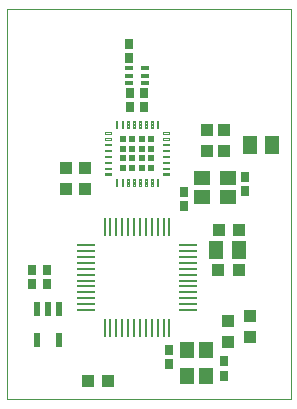
<source format=gtp>
G75*
G70*
%OFA0B0*%
%FSLAX24Y24*%
%IPPOS*%
%LPD*%
%AMOC8*
5,1,8,0,0,1.08239X$1,22.5*
%
%ADD10C,0.0000*%
%ADD11R,0.0591X0.0098*%
%ADD12R,0.0098X0.0591*%
%ADD13C,0.0049*%
%ADD14R,0.0236X0.0236*%
%ADD15R,0.0276X0.0118*%
%ADD16R,0.0551X0.0472*%
%ADD17R,0.0472X0.0551*%
%ADD18R,0.0291X0.0364*%
%ADD19R,0.0425X0.0413*%
%ADD20R,0.0217X0.0472*%
%ADD21R,0.0276X0.0354*%
%ADD22R,0.0413X0.0425*%
%ADD23R,0.0512X0.0630*%
%ADD24R,0.0512X0.0591*%
D10*
X000505Y000937D02*
X000505Y013930D01*
X009954Y013930D01*
X009954Y000937D01*
X000505Y000937D01*
D11*
X003143Y003910D03*
X003143Y004107D03*
X003143Y004304D03*
X003143Y004500D03*
X003143Y004697D03*
X003143Y004894D03*
X003143Y005091D03*
X003143Y005288D03*
X003143Y005485D03*
X003143Y005681D03*
X003143Y005878D03*
X003143Y006075D03*
X006529Y006075D03*
X006529Y005878D03*
X006529Y005681D03*
X006529Y005485D03*
X006529Y005288D03*
X006529Y005091D03*
X006529Y004894D03*
X006529Y004697D03*
X006529Y004500D03*
X006529Y004304D03*
X006529Y004107D03*
X006529Y003910D03*
D12*
X005918Y003300D03*
X005722Y003300D03*
X005525Y003300D03*
X005328Y003300D03*
X005131Y003300D03*
X004934Y003300D03*
X004737Y003300D03*
X004540Y003300D03*
X004344Y003300D03*
X004147Y003300D03*
X003950Y003300D03*
X003753Y003300D03*
X003753Y006685D03*
X003950Y006685D03*
X004147Y006685D03*
X004344Y006685D03*
X004540Y006685D03*
X004737Y006685D03*
X004934Y006685D03*
X005131Y006685D03*
X005328Y006685D03*
X005525Y006685D03*
X005722Y006685D03*
X005918Y006685D03*
D13*
X005550Y008048D02*
X005500Y008048D01*
X005500Y008276D01*
X005550Y008276D01*
X005550Y008048D01*
X005550Y008096D02*
X005500Y008096D01*
X005500Y008144D02*
X005550Y008144D01*
X005550Y008192D02*
X005500Y008192D01*
X005500Y008240D02*
X005550Y008240D01*
X005686Y008412D02*
X005686Y008462D01*
X005914Y008462D01*
X005914Y008412D01*
X005686Y008412D01*
X005686Y008460D02*
X005914Y008460D01*
X005686Y008609D02*
X005686Y008659D01*
X005914Y008659D01*
X005914Y008609D01*
X005686Y008609D01*
X005686Y008657D02*
X005914Y008657D01*
X005686Y008806D02*
X005686Y008856D01*
X005914Y008856D01*
X005914Y008806D01*
X005686Y008806D01*
X005686Y008854D02*
X005914Y008854D01*
X005686Y009003D02*
X005686Y009053D01*
X005914Y009053D01*
X005914Y009003D01*
X005686Y009003D01*
X005686Y009051D02*
X005914Y009051D01*
X005686Y009200D02*
X005686Y009250D01*
X005914Y009250D01*
X005914Y009200D01*
X005686Y009200D01*
X005686Y009248D02*
X005914Y009248D01*
X005686Y009397D02*
X005686Y009447D01*
X005914Y009447D01*
X005914Y009397D01*
X005686Y009397D01*
X005686Y009445D02*
X005914Y009445D01*
X005686Y009594D02*
X005686Y009644D01*
X005914Y009644D01*
X005914Y009594D01*
X005686Y009594D01*
X005686Y009642D02*
X005914Y009642D01*
X005686Y009790D02*
X005686Y009840D01*
X005914Y009840D01*
X005914Y009790D01*
X005686Y009790D01*
X005686Y009838D02*
X005914Y009838D01*
X005550Y009977D02*
X005500Y009977D01*
X005500Y010205D01*
X005550Y010205D01*
X005550Y009977D01*
X005550Y010025D02*
X005500Y010025D01*
X005500Y010073D02*
X005550Y010073D01*
X005550Y010121D02*
X005500Y010121D01*
X005500Y010169D02*
X005550Y010169D01*
X005353Y009977D02*
X005303Y009977D01*
X005303Y010205D01*
X005353Y010205D01*
X005353Y009977D01*
X005353Y010025D02*
X005303Y010025D01*
X005303Y010073D02*
X005353Y010073D01*
X005353Y010121D02*
X005303Y010121D01*
X005303Y010169D02*
X005353Y010169D01*
X005156Y009977D02*
X005106Y009977D01*
X005106Y010205D01*
X005156Y010205D01*
X005156Y009977D01*
X005156Y010025D02*
X005106Y010025D01*
X005106Y010073D02*
X005156Y010073D01*
X005156Y010121D02*
X005106Y010121D01*
X005106Y010169D02*
X005156Y010169D01*
X004959Y009977D02*
X004909Y009977D01*
X004909Y010205D01*
X004959Y010205D01*
X004959Y009977D01*
X004959Y010025D02*
X004909Y010025D01*
X004909Y010073D02*
X004959Y010073D01*
X004959Y010121D02*
X004909Y010121D01*
X004909Y010169D02*
X004959Y010169D01*
X004762Y009977D02*
X004712Y009977D01*
X004712Y010205D01*
X004762Y010205D01*
X004762Y009977D01*
X004762Y010025D02*
X004712Y010025D01*
X004712Y010073D02*
X004762Y010073D01*
X004762Y010121D02*
X004712Y010121D01*
X004712Y010169D02*
X004762Y010169D01*
X004565Y009977D02*
X004515Y009977D01*
X004515Y010205D01*
X004565Y010205D01*
X004565Y009977D01*
X004565Y010025D02*
X004515Y010025D01*
X004515Y010073D02*
X004565Y010073D01*
X004565Y010121D02*
X004515Y010121D01*
X004515Y010169D02*
X004565Y010169D01*
X004369Y009977D02*
X004319Y009977D01*
X004319Y010205D01*
X004369Y010205D01*
X004369Y009977D01*
X004369Y010025D02*
X004319Y010025D01*
X004319Y010073D02*
X004369Y010073D01*
X004369Y010121D02*
X004319Y010121D01*
X004319Y010169D02*
X004369Y010169D01*
X004172Y009977D02*
X004122Y009977D01*
X004122Y010205D01*
X004172Y010205D01*
X004172Y009977D01*
X004172Y010025D02*
X004122Y010025D01*
X004122Y010073D02*
X004172Y010073D01*
X004172Y010121D02*
X004122Y010121D01*
X004122Y010169D02*
X004172Y010169D01*
X003757Y009840D02*
X003757Y009790D01*
X003757Y009840D02*
X003985Y009840D01*
X003985Y009790D01*
X003757Y009790D01*
X003757Y009838D02*
X003985Y009838D01*
X003757Y009644D02*
X003757Y009594D01*
X003757Y009644D02*
X003985Y009644D01*
X003985Y009594D01*
X003757Y009594D01*
X003757Y009642D02*
X003985Y009642D01*
X003757Y009447D02*
X003757Y009397D01*
X003757Y009447D02*
X003985Y009447D01*
X003985Y009397D01*
X003757Y009397D01*
X003757Y009445D02*
X003985Y009445D01*
X003757Y009250D02*
X003757Y009200D01*
X003757Y009250D02*
X003985Y009250D01*
X003985Y009200D01*
X003757Y009200D01*
X003757Y009248D02*
X003985Y009248D01*
X003757Y009053D02*
X003757Y009003D01*
X003757Y009053D02*
X003985Y009053D01*
X003985Y009003D01*
X003757Y009003D01*
X003757Y009051D02*
X003985Y009051D01*
X003757Y008856D02*
X003757Y008806D01*
X003757Y008856D02*
X003985Y008856D01*
X003985Y008806D01*
X003757Y008806D01*
X003757Y008854D02*
X003985Y008854D01*
X003757Y008659D02*
X003757Y008609D01*
X003757Y008659D02*
X003985Y008659D01*
X003985Y008609D01*
X003757Y008609D01*
X003757Y008657D02*
X003985Y008657D01*
X003757Y008462D02*
X003757Y008412D01*
X003757Y008462D02*
X003985Y008462D01*
X003985Y008412D01*
X003757Y008412D01*
X003757Y008460D02*
X003985Y008460D01*
X004122Y008048D02*
X004172Y008048D01*
X004122Y008048D02*
X004122Y008276D01*
X004172Y008276D01*
X004172Y008048D01*
X004172Y008096D02*
X004122Y008096D01*
X004122Y008144D02*
X004172Y008144D01*
X004172Y008192D02*
X004122Y008192D01*
X004122Y008240D02*
X004172Y008240D01*
X004319Y008048D02*
X004369Y008048D01*
X004319Y008048D02*
X004319Y008276D01*
X004369Y008276D01*
X004369Y008048D01*
X004369Y008096D02*
X004319Y008096D01*
X004319Y008144D02*
X004369Y008144D01*
X004369Y008192D02*
X004319Y008192D01*
X004319Y008240D02*
X004369Y008240D01*
X004515Y008048D02*
X004565Y008048D01*
X004515Y008048D02*
X004515Y008276D01*
X004565Y008276D01*
X004565Y008048D01*
X004565Y008096D02*
X004515Y008096D01*
X004515Y008144D02*
X004565Y008144D01*
X004565Y008192D02*
X004515Y008192D01*
X004515Y008240D02*
X004565Y008240D01*
X004712Y008048D02*
X004762Y008048D01*
X004712Y008048D02*
X004712Y008276D01*
X004762Y008276D01*
X004762Y008048D01*
X004762Y008096D02*
X004712Y008096D01*
X004712Y008144D02*
X004762Y008144D01*
X004762Y008192D02*
X004712Y008192D01*
X004712Y008240D02*
X004762Y008240D01*
X004909Y008048D02*
X004959Y008048D01*
X004909Y008048D02*
X004909Y008276D01*
X004959Y008276D01*
X004959Y008048D01*
X004959Y008096D02*
X004909Y008096D01*
X004909Y008144D02*
X004959Y008144D01*
X004959Y008192D02*
X004909Y008192D01*
X004909Y008240D02*
X004959Y008240D01*
X005106Y008048D02*
X005156Y008048D01*
X005106Y008048D02*
X005106Y008276D01*
X005156Y008276D01*
X005156Y008048D01*
X005156Y008096D02*
X005106Y008096D01*
X005106Y008144D02*
X005156Y008144D01*
X005156Y008192D02*
X005106Y008192D01*
X005106Y008240D02*
X005156Y008240D01*
X005303Y008048D02*
X005353Y008048D01*
X005303Y008048D02*
X005303Y008276D01*
X005353Y008276D01*
X005353Y008048D01*
X005353Y008096D02*
X005303Y008096D01*
X005303Y008144D02*
X005353Y008144D01*
X005353Y008192D02*
X005303Y008192D01*
X005303Y008240D02*
X005353Y008240D01*
D14*
X005308Y008654D03*
X005308Y008969D03*
X004993Y008969D03*
X004993Y008654D03*
X004678Y008654D03*
X004678Y008969D03*
X004363Y008969D03*
X004363Y008654D03*
X004363Y009284D03*
X004363Y009599D03*
X004678Y009599D03*
X004678Y009284D03*
X004993Y009284D03*
X004993Y009599D03*
X005308Y009599D03*
X005308Y009284D03*
D15*
X005092Y011469D03*
X005092Y011725D03*
X005092Y011981D03*
X004580Y011981D03*
X004580Y011725D03*
X004580Y011469D03*
D16*
X007001Y008300D03*
X007001Y007670D03*
X007867Y007670D03*
X007867Y008300D03*
D17*
X007119Y002591D03*
X006489Y002591D03*
X006489Y001725D03*
X007119Y001725D03*
D18*
X007729Y001725D03*
X007729Y002197D03*
X005918Y002119D03*
X005918Y002591D03*
X006391Y007374D03*
X006391Y007847D03*
X008438Y007867D03*
X008438Y008339D03*
X005072Y010662D03*
X005072Y011134D03*
X004599Y011134D03*
X004599Y010662D03*
X004580Y012315D03*
X004580Y012788D03*
D19*
X007178Y009904D03*
X007729Y009904D03*
X007729Y009215D03*
X007178Y009215D03*
X003103Y008644D03*
X003103Y007955D03*
X002454Y007955D03*
X002454Y008644D03*
X007867Y003546D03*
X007867Y002857D03*
X008615Y003014D03*
X008615Y003703D03*
D20*
X002237Y003949D03*
X001863Y003949D03*
X001489Y003949D03*
X001489Y002926D03*
X002237Y002926D03*
D21*
X001844Y004776D03*
X001844Y005248D03*
X001332Y005248D03*
X001332Y004776D03*
D22*
X003192Y001548D03*
X003881Y001548D03*
X007542Y005229D03*
X008231Y005229D03*
X008251Y006587D03*
X007562Y006587D03*
D23*
X007454Y005918D03*
X008241Y005918D03*
D24*
X008596Y009402D03*
X009344Y009402D03*
M02*

</source>
